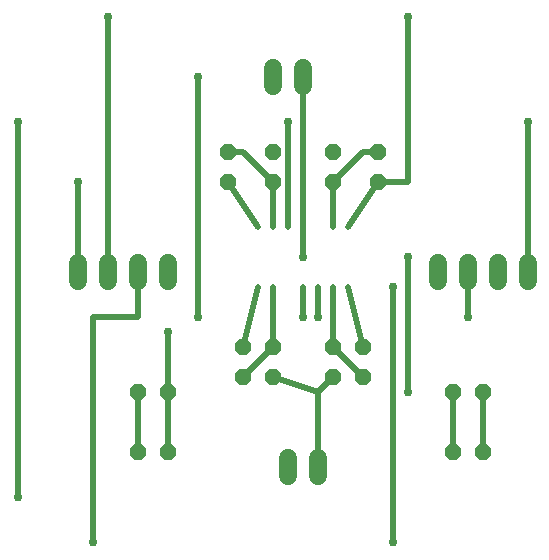
<source format=gbr>
G04 EAGLE Gerber RS-274X export*
G75*
%MOMM*%
%FSLAX34Y34*%
%LPD*%
%INBottom Copper*%
%IPPOS*%
%AMOC8*
5,1,8,0,0,1.08239X$1,22.5*%
G01*
%ADD10P,1.429621X8X112.500000*%
%ADD11P,1.429621X8X292.500000*%
%ADD12C,1.508000*%
%ADD13P,1.429621X8X22.500000*%
%ADD14C,0.508000*%
%ADD15C,0.756400*%


D10*
X254000Y215900D03*
X254000Y241300D03*
X228600Y215900D03*
X228600Y241300D03*
X254000Y381000D03*
X254000Y406400D03*
D11*
X215900Y406400D03*
X215900Y381000D03*
X304800Y241300D03*
X304800Y215900D03*
D10*
X330200Y215900D03*
X330200Y241300D03*
X304800Y381000D03*
X304800Y406400D03*
X342900Y381000D03*
X342900Y406400D03*
D12*
X393700Y312340D02*
X393700Y297260D01*
X419100Y297260D02*
X419100Y312340D01*
X444500Y312340D02*
X444500Y297260D01*
X469900Y297260D02*
X469900Y312340D01*
X165100Y312340D02*
X165100Y297260D01*
X139700Y297260D02*
X139700Y312340D01*
X114300Y312340D02*
X114300Y297260D01*
X88900Y297260D02*
X88900Y312340D01*
X254000Y462360D02*
X254000Y477440D01*
X279400Y477440D02*
X279400Y462360D01*
X266700Y147240D02*
X266700Y132160D01*
X292100Y132160D02*
X292100Y147240D01*
D13*
X139700Y203200D03*
X165100Y203200D03*
X139700Y152400D03*
X165100Y152400D03*
X406400Y203200D03*
X431800Y203200D03*
X406400Y152400D03*
X431800Y152400D03*
D14*
X254000Y241300D02*
X228600Y215900D01*
X254000Y241300D02*
X254000Y292100D01*
X254000Y342900D02*
X254000Y381000D01*
X228600Y406400D02*
X215900Y406400D01*
X228600Y406400D02*
X254000Y381000D01*
X304800Y292100D02*
X304800Y241300D01*
X330200Y215900D01*
X330200Y406400D02*
X342900Y406400D01*
X330200Y406400D02*
X304800Y381000D01*
X304800Y342900D01*
X88900Y304800D02*
X88900Y381000D01*
D15*
X88900Y381000D03*
D14*
X215900Y381000D02*
X241300Y342900D01*
X241300Y292100D02*
X228600Y241300D01*
X330200Y241300D02*
X317500Y292100D01*
D15*
X355600Y292100D03*
D14*
X355600Y76200D01*
D15*
X355600Y76200D03*
X101600Y76200D03*
D14*
X101600Y266700D01*
X139700Y266700D01*
X139700Y304800D01*
X317500Y342900D02*
X342900Y381000D01*
X114300Y304800D02*
X114300Y520700D01*
D15*
X114300Y520700D03*
X368300Y520700D03*
D14*
X368300Y381000D01*
X342900Y381000D01*
X419100Y304800D02*
X419100Y266700D01*
D15*
X419100Y266700D03*
X292100Y266700D03*
D14*
X292100Y292100D01*
X469900Y304800D02*
X469900Y431800D01*
D15*
X469900Y431800D03*
X266700Y431800D03*
D14*
X266700Y342900D01*
X165100Y203200D02*
X165100Y152400D01*
X165100Y203200D02*
X165100Y254000D01*
D15*
X165100Y254000D03*
X279400Y266700D03*
D14*
X279400Y292100D01*
D15*
X190500Y469900D03*
X190500Y266700D03*
D14*
X190500Y469900D01*
X292100Y203200D02*
X292100Y139700D01*
X292100Y203200D02*
X304800Y215900D01*
X292100Y203200D02*
X254000Y215900D01*
D15*
X38100Y431800D03*
D14*
X38100Y114300D01*
D15*
X38100Y114300D03*
D14*
X139700Y152400D02*
X139700Y203200D01*
X431800Y203200D02*
X431800Y152400D01*
X406400Y152400D02*
X406400Y203200D01*
D15*
X368300Y203200D03*
D14*
X368300Y317500D01*
D15*
X368300Y317500D03*
X279400Y317500D03*
D14*
X279400Y469900D01*
M02*

</source>
